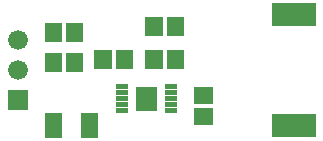
<source format=gbr>
G04 start of page 5 for group -4063 idx -4063 *
G04 Title: (unknown), componentmask *
G04 Creator: pcb 20110918 *
G04 CreationDate: Sat 30 Mar 2013 03:35:01 AM GMT UTC *
G04 For: railfan *
G04 Format: Gerber/RS-274X *
G04 PCB-Dimensions: 130000 55000 *
G04 PCB-Coordinate-Origin: lower left *
%MOIN*%
%FSLAX25Y25*%
%LNTOPMASK*%
%ADD36R,0.0760X0.0760*%
%ADD35R,0.0720X0.0720*%
%ADD34R,0.0177X0.0177*%
%ADD33R,0.0572X0.0572*%
%ADD32C,0.0660*%
%ADD31C,0.0001*%
G54D31*G36*
X6700Y20800D02*Y14200D01*
X13300D01*
Y20800D01*
X6700D01*
G37*
G54D32*X10000Y27500D03*
Y37500D03*
G54D33*X71607Y19043D02*X72393D01*
X71607Y11957D02*X72393D01*
X22095Y10181D02*Y7819D01*
X21957Y40393D02*Y39607D01*
X29043Y40393D02*Y39607D01*
Y30393D02*Y29607D01*
X21957Y30393D02*Y29607D01*
X33905Y10181D02*Y7819D01*
G54D34*X43605Y18000D02*X45903D01*
X43605Y16030D02*X45903D01*
X43605Y14060D02*X45903D01*
X60097D02*X62395D01*
G54D33*X62543Y42393D02*Y41607D01*
X55457Y42393D02*Y41607D01*
Y31393D02*Y30607D01*
X62543Y31393D02*Y30607D01*
G54D34*X60097Y16030D02*X62395D01*
X60097Y18000D02*X62395D01*
X60097Y19970D02*X62395D01*
X60097Y21940D02*X62395D01*
G54D35*X53000Y18400D02*Y17600D01*
G54D34*X43605Y21940D02*X45903D01*
X43605Y19970D02*X45903D01*
G54D33*X45543Y31393D02*Y30607D01*
X38457Y31393D02*Y30607D01*
G54D36*X98500Y9000D02*X105500D01*
X98500Y46000D02*X105500D01*
M02*

</source>
